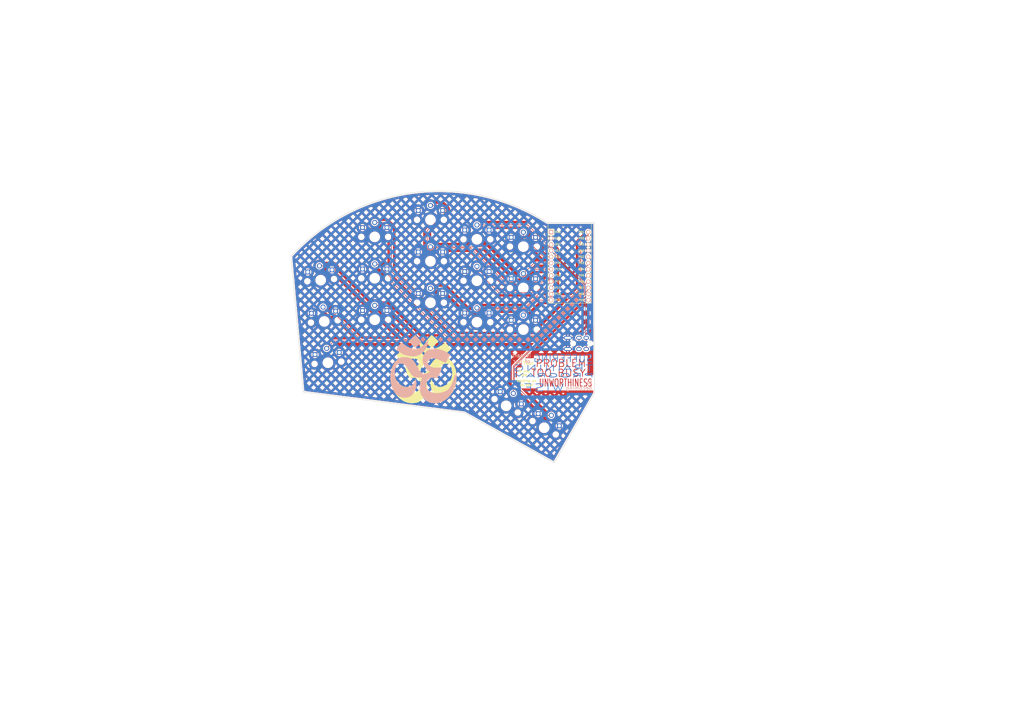
<source format=kicad_pcb>
(kicad_pcb (version 20211014) (generator pcbnew)
  (title_block (title "om") (rev "v1.0.0") (company "Unknown"))
  (layers (0 "F.Cu" signal) (31 "B.Cu" signal) (34 "B.Paste" user) (35 "F.Paste" user) (36 "B.SilkS" user "B.Silkscreen") (37 "F.SilkS" user "F.Silkscreen") (38 "B.Mask" user) (39 "F.Mask" user) (44 "Edge.Cuts" user))
  (net 0 "")
  (net 1 "GND")
  (net 2 "P7")
  (net 3 "P6")
  (net 4 "P5")
  (net 5 "P4")
  (net 6 "P3")
  (net 7 "P0")
  (net 8 "P1")
  (net 9 "P19")
  (net 10 "P18")
  (net 11 "P15")
  (net 12 "P14")
  (net 13 "P16")
  (net 14 "P10")
  (net 15 "P20")
  (net 16 "P21")
  (net 17 "P8")
  (net 18 "P9")
  (net 19 "RAW")
  (net 20 "RST")
  (net 21 "VCC")
  (net 22 "P2")
  (footprint "PG1350" (layer "F.Cu") (at 214.65 118.15)
    (fp_text reference "S14" hide)
    (fp_text value "" hide)
  )
  (footprint "PG1350" (layer "F.Cu") (at 214.65 135.15)
    (fp_text reference "S13" hide)
    (fp_text value "" hide)
  )
  (footprint "PG1350" (layer "F.Cu") (at 195.6 98.15)
    (fp_text reference "S12" hide)
    (fp_text value "" hide)
  )
  (footprint "PG1350" (layer "F.Cu") (at 134.492516 148.772059 5)
    (fp_text reference "S1" hide)
    (fp_text value "" hide)
  )
  (footprint "PG1350" (layer "F.Cu") (at 176.55 90.15)
    (fp_text reference "S9" hide)
    (fp_text value "" hide)
  )
  (footprint "PG1350" (layer "F.Cu") (at 195.6 132.150001)
    (fp_text reference "S10" hide)
    (fp_text value "" hide)
  )
  (footprint "PG1350" (layer "F.Cu") (at 214.65 101.15)
    (fp_text reference "S15" hide)
    (fp_text value "" hide)
  )
  (footprint "PG1350" (layer "F.Cu") (at 153.69 131.15)
    (fp_text reference "S4" hide)
    (fp_text value "" hide)
  )
  (footprint "PG1350" (layer "F.Cu") (at 176.55 107.15)
    (fp_text reference "S8" hide)
    (fp_text value "" hide)
  )
  (footprint "TRRS-PJ-320A-dual" (layer "F.Cu") (at 243.65 143.15 -90)
    (fp_text reference "REF**")
    (fp_text value "TRRS-PJ-320A-dual")
  )
  (footprint "PG1350" (layer "F.Cu") (at 195.6 115.15)
    (fp_text reference "S11" hide)
    (fp_text value "" hide)
  )
  (footprint "PG1350" (layer "F.Cu") (at 131.529221 114.901439 5)
    (fp_text reference "S3" hide)
    (fp_text value "" hide)
  )
  (footprint "PG1350" (layer "F.Cu") (at 176.55 124.15)
    (fp_text reference "S7" hide)
    (fp_text value "" hide)
  )
  (footprint "PG1350" (layer "F.Cu") (at 207.584028 166.443247 -30)
    (fp_text reference "S16" hide)
    (fp_text value "" hide)
  )
  (footprint "PG1350" (layer "F.Cu") (at 153.69 97.15)
    (fp_text reference "S6" hide)
    (fp_text value "" hide)
  )
  (footprint "PG1350" (layer "F.Cu") (at 153.69 114.15)
    (fp_text reference "S5" hide)
    (fp_text value "" hide)
  )
  (footprint "ProMicro" (layer "F.Cu") (at 233.65 109.15 -90)
    (fp_text reference "MCU1" hide)
    (fp_text value "" hide)
  )
  (footprint "PG1350" (layer "F.Cu") (at 133.010868 131.836749 5)
    (fp_text reference "S2" hide)
    (fp_text value "" hide)
  )
  (footprint "PG1350" (layer "F.Cu") (at 223.172485 175.443247 -30)
    (fp_text reference "S17" hide)
    (fp_text value "" hide)
  )
  (gr_poly (pts (xy 174.699067 142.922292) (xy 174.827528 142.686038) (xy 174.948726 142.430219) (xy 175.061733 142.159638) (xy 175.165621 141.879096) (xy 175.259463 141.593397) (xy 175.342331 141.307344) (xy 175.413297 141.02574) (xy 175.471432 140.753387) (xy 175.51581 140.495088) (xy 175.545503 140.255646) (xy 175.559582 140.039865) (xy 175.55712 139.852547) (xy 175.537189 139.698494) (xy 175.520383 139.635443) (xy 175.498862 139.58251) (xy 175.472509 139.540294) (xy 175.44121 139.509397) (xy 175.404847 139.490419) (xy 175.363305 139.483959) (xy 175.252851 139.707514) (xy 175.129512 139.927749) (xy 174.994021 140.144381) (xy 174.847113 140.357124) (xy 174.689521 140.565693) (xy 174.521979 140.769805) (xy 174.34522 140.969175) (xy 174.159977 141.163518) (xy 173.966985 141.35255) (xy 173.766976 141.535986) (xy 173.560685 141.713541) (xy 173.348846 141.884932) (xy 173.13219 142.049873) (xy 172.911454 142.20808) (xy 172.687369 142.359268) (xy 172.460669 142.503154) (xy 172.051188 142.683804) (xy 171.640735 142.82966) (xy 171.229057 142.940673) (xy 170.815897 143.016792) (xy 170.401001 143.057969) (xy 169.984114 143.064155) (xy 169.564981 143.035301) (xy 169.143347 142.971357) (xy 168.718957 142.872274) (xy 168.291556 142.738004) (xy 167.860888 142.568497) (xy 167.426699 142.363704) (xy 166.988734 142.123575) (xy 166.546737 141.848062) (xy 166.100454 141.537116) (xy 165.64963 141.190687) (xy 165.453666 141.036674) (xy 165.267706 140.897165) (xy 165.096043 140.774915) (xy 164.942973 140.672678) (xy 164.812791 140.593211) (xy 164.757625 140.562876) (xy 164.709791 140.539267) (xy 164.669826 140.522728) (xy 164.638267 140.513603) (xy 164.61565 140.512236) (xy 164.607864 140.51457) (xy 164.602514 140.518973) (xy 164.487082 140.688854) (xy 164.363187 140.855519) (xy 164.232462 141.019676) (xy 164.096539 141.182032) (xy 163.533503 141.827609) (xy 163.396068 141.991581) (xy 163.263227 142.158) (xy 163.136611 142.327574) (xy 163.017854 142.501011) (xy 162.908586 142.679019) (xy 162.810439 142.862306) (xy 162.766047 142.95615) (xy 162.725047 143.051579) (xy 162.687643 143.148682) (xy 162.65404 143.247548) (xy 162.659632 143.292069) (xy 162.676122 143.341244) (xy 162.703081 143.394788) (xy 162.740081 143.452413) (xy 162.786692 143.513834) (xy 162.842488 143.578763) (xy 162.979914 143.717999) (xy 163.148931 143.867832) (xy 163.346109 144.025966) (xy 163.56802 144.190112) (xy 163.811234 144.357975) (xy 164.072324 144.527263) (xy 164.347859 144.695685) (xy 164.63441 144.860947) (xy 164.92855 145.020758) (xy 165.226849 145.172824) (xy 165.525878 145.314853) (xy 165.822208 145.444553) (xy 166.112411 145.559632) (xy 166.807333 145.745692) (xy 167.475225 145.894161) (xy 168.117356 146.003067) (xy 168.734999 146.07044) (xy 169.329423 146.094312) (xy 169.901899 146.07271) (xy 170.453697 146.003666) (xy 170.72224 145.950738) (xy 170.98609 145.88521) (xy 171.245405 145.806836) (xy 171.500346 145.71537) (xy 171.75107 145.610566) (xy 171.997737 145.492178) (xy 172.240505 145.359959) (xy 172.479533 145.213663) (xy 172.71498 145.053044) (xy 172.947005 144.877855) (xy 173.175767 144.68785) (xy 173.401424 144.482784) (xy 173.624135 144.262409) (xy 173.84406 144.02648) (xy 174.276184 143.506972) (xy 174.699067 142.922292)) (layer "B.SilkS") (width 0.079374) (fill solid))
  (gr_poly (pts (xy 180.682113 164.99061) (xy 180.967316 164.883045) (xy 181.247502 164.76603) (xy 181.792452 164.504105) (xy 182.316222 164.205742) (xy 182.818072 163.871847) (xy 183.297261 163.503327) (xy 183.753049 163.101089) (xy 184.184697 162.66604) (xy 184.591463 162.199086) (xy 184.972606 161.701133) (xy 185.327388 161.173089) (xy 185.655067 160.615861) (xy 185.954903 160.030354) (xy 186.226155 159.417476) (xy 186.468084 158.778133) (xy 186.679948 158.113233) (xy 186.861008 157.423681) (xy 186.932674 157.093232) (xy 186.997379 156.74255) (xy 187.104977 156.003419) (xy 187.181952 155.252156) (xy 187.226452 154.53463) (xy 187.236627 153.89671) (xy 187.228264 153.621935) (xy 187.210626 153.384263) (xy 187.18348 153.189426) (xy 187.146597 153.043158) (xy 187.099743 152.951192) (xy 187.072506 152.927365) (xy 187.042689 152.919263) (xy 187.031819 152.921501) (xy 187.01991 152.92814) (xy 187.007006 152.939072) (xy 186.993149 152.954187) (xy 186.978379 152.973375) (xy 186.96274 152.996526) (xy 186.92902 153.05428) (xy 186.892324 153.126571) (xy 186.852987 153.212523) (xy 186.811346 153.311258) (xy 186.767735 153.421898) (xy 186.72249 153.543568) (xy 186.675947 153.675388) (xy 186.628441 153.816483) (xy 186.580307 153.965975) (xy 186.531882 154.122986) (xy 186.483501 154.286639) (xy 186.435499 154.456057) (xy 186.388212 154.630363) (xy 186.281344 155.014839) (xy 186.16605 155.395167) (xy 186.042942 155.770075) (xy 185.912631 156.138293) (xy 185.775728 156.498553) (xy 185.632845 156.849582) (xy 185.484593 157.190112) (xy 185.331583 157.518871) (xy 185.174427 157.834591) (xy 185.013735 158.136) (xy 184.85012 158.421829) (xy 184.684192 158.690807) (xy 184.516563 158.941664) (xy 184.347844 159.173131) (xy 184.178646 159.383936) (xy 184.009581 159.57281) (xy 183.863039 159.717391) (xy 183.70425 159.856252) (xy 183.533905 159.989278) (xy 183.352695 160.116355) (xy 182.96045 160.3522) (xy 182.533048 160.562866) (xy 182.076024 160.747434) (xy 181.594913 160.904982) (xy 181.095248 161.034592) (xy 180.582564 161.135343) (xy 180.062395 161.206314) (xy 179.540276 161.246586) (xy 179.02174 161.255239) (xy 178.512323 161.231351) (xy 178.017557 161.174004) (xy 177.542978 161.082277) (xy 177.314988 161.023233) (xy 177.094119 160.955249) (xy 176.881065 160.878211) (xy 176.676516 160.792002) (xy 176.523578 160.718234) (xy 176.376505 160.638577) (xy 176.235373 160.55323) (xy 176.100255 160.462392) (xy 175.971227 160.366263) (xy 175.848364 160.26504) (xy 175.731741 160.158925) (xy 175.621431 160.048115) (xy 175.517511 159.93281) (xy 175.420055 159.813209) (xy 175.329138 159.689511) (xy 175.244834 159.561916) (xy 175.16722 159.430623) (xy 175.096368 159.29583) (xy 175.032355 159.157737) (xy 174.975255 159.016543) (xy 174.925143 158.872448) (xy 174.882093 158.725649) (xy 174.846181 158.576348) (xy 174.817482 158.424742) (xy 174.79607 158.271031) (xy 174.782021 158.115415) (xy 174.775408 157.958091) (xy 174.776307 157.79926) (xy 174.784793 157.639121) (xy 174.800941 157.477872) (xy 174.824825 157.315714) (xy 174.85652 157.152844) (xy 174.896101 156.989463) (xy 174.943643 156.825769) (xy 174.999222 156.661962) (xy 175.06291 156.49824) (xy 175.117367 156.374437) (xy 175.176047 156.255869) (xy 175.23902 156.14251) (xy 175.306356 156.034335) (xy 175.378126 155.93132) (xy 175.454401 155.833439) (xy 175.53525 155.740668) (xy 175.620745 155.65298) (xy 175.710955 155.570352) (xy 175.805951 155.492757) (xy 175.905804 155.420172) (xy 176.010584 155.352571) (xy 176.12036 155.289928) (xy 176.235205 155.23222) (xy 176.355188 155.17942) (xy 176.480379 155.131504) (xy 176.61085 155.088446) (xy 176.74667 155.050222) (xy 176.887909 155.016807) (xy 177.034639 154.988175) (xy 177.18693 154.964302) (xy 177.344852 154.945161) (xy 177.508475 154.93073) (xy 177.677871 154.920981) (xy 177.853108 154.915891) (xy 178.034259 154.915433) (xy 178.221393 154.919584) (xy 178.41458 154.928318) (xy 178.613892 154.94161) (xy 178.819398 154.959435) (xy 179.031169 154.981767) (xy 179.249275 155.008582) (xy 179.312336 154.936271) (xy 179.385818 154.84665) (xy 179.482516 154.722065) (xy 179.598867 154.56303) (xy 179.731309 154.370055) (xy 179.876278 154.143651) (xy 180.030211 153.88433) (xy 180.189544 153.592603) (xy 180.270123 153.434747) (xy 180.350716 153.268981) (xy 180.430878 153.09537) (xy 180.510163 152.913976) (xy 180.588126 152.724865) (xy 180.664321 152.5281) (xy 180.738304 152.323744) (xy 180.809628 152.111862) (xy 180.877849 151.892518) (xy 180.942521 151.665775) (xy 181.003198 151.431697) (xy 181.059435 151.190349) (xy 181.110787 150.941795) (xy 181.156809 150.686097) (xy 179.674008 150.820553) (xy 179.344324 150.844408) (xy 179.025204 150.855306) (xy 178.716956 150.853337) (xy 178.419889 150.838591) (xy 178.134314 150.811159) (xy 177.860538 150.771131) (xy 177.598872 150.718599) (xy 177.349624 150.653652) (xy 177.113104 150.576382) (xy 176.88962 150.486878) (xy 176.679482 150.385231) (xy 176.482999 150.271532) (xy 176.30048 150.145871) (xy 176.132235 150.008338) (xy 175.978572 149.859026) (xy 175.839801 149.698023) (xy 175.724377 149.547015) (xy 175.624767 149.406501) (xy 175.541038 149.274955) (xy 175.505149 149.21207) (xy 175.473256 149.150856) (xy 175.445367 149.091122) (xy 175.42149 149.032678) (xy 175.401634 148.975334) (xy 175.385806 148.918899) (xy 175.374016 148.863182) (xy 175.366271 148.807994) (xy 175.36258 148.753143) (xy 175.362952 148.698439) (xy 175.367394 148.643693) (xy 175.375916 148.588712) (xy 175.388525 148.533308) (xy 175.40523 148.477289) (xy 175.426039 148.420465) (xy 175.450961 148.362645) (xy 175.480004 148.303639) (xy 175.513177 148.243257) (xy 175.550487 148.181308) (xy 175.591943 148.117602) (xy 175.687328 147.984155) (xy 175.799399 147.841394) (xy 175.928221 147.687793) (xy 176.02972 147.577209) (xy 176.136343 147.475673) (xy 176.248293 147.383219) (xy 176.365772 147.299881) (xy 176.488981 147.225691) (xy 176.618122 147.160683) (xy 176.753398 147.10489) (xy 176.89501 147.058344) (xy 177.043161 147.021079) (xy 177.198051 146.993129) (xy 177.359884 146.974525) (xy 177.528862 146.965302) (xy 177.705185 146.965492) (xy 177.889056 146.975129) (xy 178.080678 146.994246) (xy 178.280251 147.022875) (xy 178.487978 147.061051) (xy 178.704062 147.108805) (xy 178.928703 147.166171) (xy 179.162104 147.233183) (xy 179.404466 147.309873) (xy 179.655993 147.396275) (xy 180.187344 147.598346) (xy 180.757774 147.83966) (xy 181.368898 148.120483) (xy 182.022332 148.44108) (xy 182.71969 148.801716) (xy 184.656832 145.554481) (xy 183.844707 144.93504) (xy 183.446284 144.653238) (xy 183.017163 144.390602) (xy 182.561771 144.148104) (xy 182.084532 143.926715) (xy 181.589873 143.727408) (xy 181.082219 143.551154) (xy 180.565997 143.398926) (xy 180.045631 143.271695) (xy 179.525547 143.170434) (xy 179.010172 143.096114) (xy 178.503931 143.049707) (xy 178.01125 143.032185) (xy 177.536554 143.04452) (xy 177.084269 143.087683) (xy 176.65882 143.162648) (xy 176.264635 143.270385) (xy 176.094365 143.332253) (xy 175.927173 143.404237) (xy 175.763282 143.48594) (xy 175.602914 143.576964) (xy 175.446292 143.676912) (xy 175.29364 143.785387) (xy 175.145179 143.90199) (xy 175.001133 144.026326) (xy 174.861724 144.157996) (xy 174.727175 144.296603) (xy 174.597708 144.44175) (xy 174.473547 144.593039) (xy 174.354914 144.750072) (xy 174.242031 144.912454) (xy 174.135123 145.079785) (xy 174.03441 145.251669) (xy 173.940116 145.427708) (xy 173.852464 145.607505) (xy 173.771676 145.790663) (xy 173.697975 145.976784) (xy 173.631584 146.165471) (xy 173.572726 146.356326) (xy 173.521623 146.548952) (xy 173.478498 146.742952) (xy 173.443573 146.937928) (xy 173.417072 147.133483) (xy 173.399217 147.329219) (xy 173.390231 147.524739) (xy 173.390337 147.719646) (xy 173.399757 147.913542) (xy 173.418714 148.10603) (xy 173.44743 148.296713) (xy 173.502696 148.559092) (xy 173.576356 148.831489) (xy 173.666796 149.111082) (xy 173.772398 149.395048) (xy 173.891547 149.680565) (xy 174.022628 149.964809) (xy 174.164023 150.244958) (xy 174.314117 150.518189) (xy 174.471294 150.781679) (xy 174.633938 151.032606) (xy 174.800434 151.268148) (xy 174.969164 151.48548) (xy 175.138513 151.681782) (xy 175.306865 151.854229) (xy 175.472604 151.999999) (xy 175.634114 152.11627) (xy 176.364766 152.578886) (xy 175.355522 153.03399) (xy 175.196669 153.10248) (xy 175.04157 153.162884) (xy 174.890066 153.215113) (xy 174.741997 153.259075) (xy 174.597204 153.294682) (xy 174.455527 153.321843) (xy 174.316807 153.340467) (xy 174.180883 153.350465) (xy 174.047596 153.351746) (xy 173.916786 153.344221) (xy 173.788295 153.327799) (xy 173.661961 153.302389) (xy 173.537625 153.267903) (xy 173.415129 153.224249) (xy 173.294311 153.171338) (xy 173.175013 153.109079) (xy 173.057075 153.037382) (xy 172.940336 152.956157) (xy 172.824638 152.865315) (xy 172.709821 152.764764) (xy 172.595725 152.654414) (xy 172.482191 152.534176) (xy 172.369058 152.40396) (xy 172.256167 152.263674) (xy 172.143359 152.11323) (xy 172.030474 151.952536) (xy 171.803833 151.600041) (xy 171.574967 151.205467) (xy 171.3426 150.768094) (xy 171.024631 150.161896) (xy 170.71785 149.612147) (xy 170.419185 149.116447) (xy 170.125567 148.672399) (xy 169.833923 148.277604) (xy 169.541183 147.929662) (xy 169.393443 147.772511) (xy 169.244277 147.626175) (xy 169.093301 147.490352) (xy 168.940132 147.364744) (xy 168.784386 147.24905) (xy 168.625679 147.142971) (xy 168.463627 147.046206) (xy 168.297846 146.958456) (xy 168.127952 146.879421) (xy 167.953562 146.808801) (xy 167.774292 146.746296) (xy 167.589757 146.691607) (xy 167.20336 146.604475) (xy 166.791299 146.545007) (xy 166.350503 146.510804) (xy 165.877903 146.499466) (xy 165.658844 146.500742) (xy 165.456323 146.505582) (xy 165.26853 146.514519) (xy 165.093652 146.528088) (xy 164.929877 146.546823) (xy 164.775393 146.571258) (xy 164.628389 146.601927) (xy 164.487051 146.639364) (xy 164.34957 146.684103) (xy 164.214131 146.736678) (xy 164.078924 146.797623) (xy 163.942137 146.867472) (xy 163.801957 146.94676) (xy 163.656572 147.036019) (xy 163.504172 147.135785) (xy 163.342943 147.246592) (xy 163.138451 147.396802) (xy 162.939949 147.556517) (xy 162.747523 147.72551) (xy 162.561257 147.903557) (xy 162.381234 148.090433) (xy 162.207541 148.285911) (xy 162.04026 148.489768) (xy 161.879478 148.701776) (xy 161.725278 148.921712) (xy 161.577744 149.14935) (xy 161.436962 149.384465) (xy 161.303016 149.626831) (xy 161.055969 150.132416) (xy 160.837279 150.664303) (xy 160.647624 151.220689) (xy 160.487678 151.799773) (xy 160.358118 152.399752) (xy 160.259621 153.018823) (xy 160.192861 153.655185) (xy 160.158517 154.307036) (xy 160.157262 154.972572) (xy 160.189775 155.649992) (xy 160.274113 156.493204) (xy 160.400668 157.292448) (xy 160.568318 158.046286) (xy 160.775936 158.753277) (xy 161.022399 159.411982) (xy 161.306584 160.020961) (xy 161.627364 160.578775) (xy 161.983617 161.083984) (xy 162.174694 161.316411) (xy 162.374218 161.535148) (xy 162.582047 161.740013) (xy 162.798042 161.930827) (xy 163.022062 162.10741) (xy 163.253966 162.269583) (xy 163.493614 162.417164) (xy 163.740865 162.549975) (xy 163.995579 162.667834) (xy 164.257615 162.770563) (xy 164.526832 162.857981) (xy 164.803091 162.929909) (xy 165.086251 162.986166) (xy 165.37617 163.026572) (xy 165.672709 163.050948) (xy 165.975727 163.059113) (xy 166.304462 163.051692) (xy 166.618851 163.029216) (xy 166.919484 162.991364) (xy 167.206948 162.937817) (xy 167.481832 162.868254) (xy 167.744723 162.782356) (xy 167.996209 162.679803) (xy 168.23688 162.560274) (xy 168.467321 162.42345) (xy 168.688123 162.269011) (xy 168.899873 162.096636) (xy 169.103158 161.906006) (xy 169.298568 161.6968) (xy 169.486689 161.468699) (xy 169.668111 161.221383) (xy 169.843421 160.954531) (xy 169.989597 160.697226) (xy 170.124809 160.414097) (xy 170.248494 160.109114) (xy 170.360089 159.786244) (xy 170.459031 159.449457) (xy 170.544758 159.10272) (xy 170.616708 158.750003) (xy 170.674316 158.395274) (xy 170.717021 158.042501) (xy 170.74426 157.695652) (xy 170.75547 157.358697) (xy 170.750088 157.035604) (xy 170.727551 156.730341) (xy 170.687298 156.446877) (xy 170.628764 156.18918) (xy 170.551387 155.961219) (xy 170.476165 155.782426) (xy 170.44439 155.71117) (xy 170.4162 155.651868) (xy 170.391366 155.604415) (xy 170.369659 155.568706) (xy 170.359905 155.555223) (xy 170.350848 155.544636) (xy 170.342457 155.536933) (xy 170.334704 155.532101) (xy 170.32756 155.530126) (xy 170.320998 155.530995) (xy 170.314987 155.534696) (xy 170.3095 155.541214) (xy 170.304507 155.550538) (xy 170.299981 155.562653) (xy 170.292211 155.595207) (xy 170.285961 155.63877) (xy 170.281002 155.693238) (xy 170.277103 155.758507) (xy 170.274036 155.83447) (xy 170.26898 155.910601) (xy 170.258943 155.989402) (xy 170.224625 156.154016) (xy 170.17248 156.326317) (xy 170.103904 156.504308) (xy 170.020297 156.685992) (xy 169.923055 156.869371) (xy 169.813577 157.05245) (xy 169.69326 157.23323) (xy 169.563503 157.409716) (xy 169.425701 157.579911) (xy 169.281254 157.741817) (xy 169.13156 157.893437) (xy 168.978015 158.032775) (xy 168.822017 158.157834) (xy 168.664965 158.266617) (xy 168.508256 158.357127) (xy 168.314266 158.449193) (xy 168.115551 158.527516) (xy 167.912599 158.592317) (xy 167.705896 158.643817) (xy 167.49593 158.682237) (xy 167.283188 158.707796) (xy 167.068159 158.720716) (xy 166.851328 158.721217) (xy 166.633183 158.709519) (xy 166.414212 158.685843) (xy 166.194903 158.650411) (xy 165.975741 158.603441) (xy 165.757216 158.545155) (xy 165.539813 158.475773) (xy 165.32402 158.395516) (xy 165.110326 158.304605) (xy 164.899216 158.20326) (xy 164.691178 158.091701) (xy 164.486701 157.970149) (xy 164.28627 157.838825) (xy 164.090373 157.697949) (xy 163.899499 157.547742) (xy 163.714133 157.388424) (xy 163.534763 157.220216) (xy 163.361878 157.043338) (xy 163.195963 156.858012) (xy 163.037506 156.664457) (xy 162.886995 156.462894) (xy 162.744917 156.253543) (xy 162.61176 156.036626) (xy 162.48801 155.812363) (xy 162.374155 155.580974) (xy 162.224735 155.204789) (xy 162.106126 154.79421) (xy 162.017425 154.356251) (xy 161.957728 153.897926) (xy 161.926131 153.426251) (xy 161.921732 152.94824) (xy 161.943627 152.470908) (xy 161.990912 152.00127) (xy 162.062685 151.546341) (xy 162.158041 151.113135) (xy 162.276078 150.708667) (xy 162.415891 150.339953) (xy 162.576578 150.014006) (xy 162.664467 149.869262) (xy 162.757236 149.737842) (xy 162.854771 149.62062) (xy 162.95696 149.518475) (xy 163.06369 149.432282) (xy 163.174847 149.36292) (xy 163.22651 149.33785) (xy 163.28618 149.313483) (xy 163.353146 149.289946) (xy 163.426697 149.267363) (xy 163.506118 149.245862) (xy 163.5907 149.225569) (xy 163.679729 149.20661) (xy 163.772493 149.189111) (xy 163.86828 149.173198) (xy 163.966379 149.158997) (xy 164.066076 149.146635) (xy 164.16666 149.136237) (xy 164.26742 149.127931) (xy 164.367641 149.121841) (xy 164.466614 149.118095) (xy 164.563624 149.116818) (xy 164.664775 149.119122) (xy 164.764664 149.126097) (xy 164.863398 149.13784) (xy 164.961083 149.154447) (xy 165.057824 149.176015) (xy 165.153725 149.202641) (xy 165.248894 149.234422) (xy 165.343434 149.271453) (xy 165.437453 149.313831) (xy 165.531054 149.361653) (xy 165.624344 149.415015) (xy 165.717428 149.474014) (xy 165.810412 149.538747) (xy 165.9034 149.60931) (xy 165.996499 149.685799) (xy 166.089815 149.768311) (xy 166.183451 149.856944) (xy 166.277514 149.951792) (xy 166.467344 150.160523) (xy 166.660146 150.395278) (xy 166.856765 150.656829) (xy 167.058045 150.945949) (xy 167.26483 151.263409) (xy 167.477963 151.609982) (xy 167.698287 151.98644) (xy 167.865489 152.265729) (xy 168.052817 152.556286) (xy 168.253931 152.849607) (xy 168.462488 153.137187) (xy 168.672148 153.41052) (xy 168.87657 153.661103) (xy 169.069412 153.88043) (xy 169.159509 153.975715) (xy 169.244334 154.059997) (xy 169.372486 154.180531) (xy 169.492319 154.287792) (xy 169.606209 154.382538) (xy 169.716533 154.465528) (xy 169.7711 154.502851) (xy 169.825668 154.537519) (xy 169.880532 154.569627) (xy 169.935991 154.599271) (xy 169.992341 154.626544) (xy 170.049879 154.651542) (xy 170.108903 154.674359) (xy 170.16971 154.69509) (xy 170.232596 154.71383) (xy 170.297859 154.730674) (xy 170.365796 154.745717) (xy 170.436704 154.759053) (xy 170.510881 154.770777) (xy 170.588623 154.780985) (xy 170.755991 154.797228) (xy 170.941187 154.808541) (xy 171.146586 154.815683) (xy 171.374566 154.819412) (xy 171.627504 154.820486) (xy 173.216318 154.820486) (xy 172.702759 155.961219) (xy 172.573945 156.278821) (xy 172.463135 156.617317) (xy 172.37029 156.973693) (xy 172.295371 157.344934) (xy 172.238336 157.728025) (xy 172.199148 158.119952) (xy 172.177767 158.5177) (xy 172.174152 158.918254) (xy 172.188265 159.318599) (xy 172.220065 159.715721) (xy 172.269514 160.106605) (xy 172.336572 160.488236) (xy 172.421199 160.8576) (xy 172.523356 161.211682) (xy 172.643003 161.547467) (xy 172.7801 161.86194) (xy 172.91921 162.129455) (xy 173.077664 162.39576) (xy 173.253677 162.659229) (xy 173.445459 162.918236) (xy 173.651224 163.171157) (xy 173.869184 163.416366) (xy 174.097552 163.652237) (xy 174.334539 163.877145) (xy 174.578359 164.089465) (xy 174.827225 164.28757) (xy 175.079347 164.469836) (xy 175.33294 164.634636) (xy 175.586215 164.780346) (xy 175.837385 164.90534) (xy 176.084662 165.007993) (xy 176.326259 165.086679) (xy 176.566799 165.146547) (xy 176.823083 165.197379) (xy 177.092643 165.239227) (xy 177.373012 165.272148) (xy 177.661721 165.296195) (xy 177.956302 165.311422) (xy 178.254288 165.317884) (xy 178.553209 165.315636) (xy 178.850599 165.304732) (xy 179.143988 165.285227) (xy 179.430909 165.257174) (xy 179.708895 165.220629) (xy 179.975476 165.175646) (xy 180.228184 165.122278) (xy 180.464553 165.060582) (xy 180.682113 164.99061)) (layer "B.SilkS") (width 0.079374) (fill solid))
  (gr_poly (pts (xy 172.79389 140.15) (xy 170.332543 137.420812) (xy 167.597217 139.952927) (xy 167.769754 140.102148) (xy 167.937149 140.259851) (xy 168.10036 140.42455) (xy 168.260346 140.594758) (xy 168.887176 141.300954) (xy 169.045393 141.476412) (xy 169.20613 141.64846) (xy 169.370344 141.815613) (xy 169.538991 141.976383) (xy 169.713031 142.129285) (xy 169.89342 142.272832) (xy 170.081116 142.405537) (xy 170.277077 142.525915) (xy 170.968732 142.035348) (xy 171.336 141.769299) (xy 171.51851 141.630192) (xy 171.6978 141.486692) (xy 171.872017 141.338544) (xy 172.03931 141.185493) (xy 172.197825 141.027286) (xy 172.34571 140.863668) (xy 172.481111 140.694385) (xy 172.602177 140.519182) (xy 172.656755 140.429281) (xy 172.707054 140.337805) (xy 172.752843 140.244722) (xy 172.79389 140.15)) (layer "B.SilkS") (width 0.079374) (fill solid))
  (gr_poly (pts (xy 174.6 140.15) (xy 177.061347 137.420812) (xy 179.796673 139.952927) (xy 179.624136 140.102148) (xy 179.456741 140.259851) (xy 179.29353 140.42455) (xy 179.133544 140.594758) (xy 178.506714 141.300954) (xy 178.348497 141.476412) (xy 178.18776 141.64846) (xy 178.023546 141.815613) (xy 177.854899 141.976383) (xy 177.680859 142.129285) (xy 177.50047 142.272832) (xy 177.312774 142.405537) (xy 177.116813 142.525915) (xy 176.425158 142.035348) (xy 176.05789 141.769299) (xy 175.87538 141.630192) (xy 175.69609 141.486692) (xy 175.521873 141.338544) (xy 175.35458 141.185493) (xy 175.196065 141.027286) (xy 175.04818 140.863668) (xy 174.912779 140.694385) (xy 174.791713 140.519182) (xy 174.737135 140.429281) (xy 174.686836 140.337805) (xy 174.641047 140.244722) (xy 174.6 140.15)) (layer "F.SilkS") (width 0.079374) (fill solid))
  (gr_poly (pts (xy 172.694823 142.922292) (xy 172.566362 142.686038) (xy 172.445164 142.430219) (xy 172.332157 142.159638) (xy 172.228269 141.879096) (xy 172.134427 141.593397) (xy 172.051559 141.307344) (xy 171.980593 141.02574) (xy 171.922458 140.753387) (xy 171.87808 140.495088) (xy 171.848387 140.255646) (xy 171.834308 140.039865) (xy 171.83677 139.852547) (xy 171.856701 139.698494) (xy 171.873507 139.635443) (xy 171.895028 139.58251) (xy 171.921381 139.540294) (xy 171.95268 139.509397) (xy 171.989043 139.490419) (xy 172.030585 139.483959) (xy 172.141039 139.707514) (xy 172.264378 139.927749) (xy 172.399869 140.144381) (xy 172.546777 140.357124) (xy 172.704369 140.565693) (xy 172.871911 140.769805) (xy 173.04867 140.969175) (xy 173.233913 141.163518) (xy 173.426905 141.35255) (xy 173.626914 141.535986) (xy 173.833205 141.713541) (xy 174.045044 141.884932) (xy 174.2617 142.049873) (xy 174.482436 142.20808) (xy 174.706521 142.359268) (xy 174.933221 142.503154) (xy 175.342702 142.683804) (xy 175.753155 142.82966) (xy 176.164833 142.940673) (xy 176.577993 143.016792) (xy 176.992889 143.057969) (xy 177.409776 143.064155) (xy 177.828909 143.035301) (xy 178.250543 142.971357) (xy 178.674933 142.872274) (xy 179.102334 142.738004) (xy 179.533002 142.568497) (xy 179.967191 142.363704) (xy 180.405156 142.123575) (xy 180.847153 141.848062) (xy 181.293436 141.537116) (xy 181.74426 141.190687) (xy 181.940224 141.036674) (xy 182.126184 140.897165) (xy 182.297847 140.774915) (xy 182.450917 140.672678) (xy 182.581099 140.593211) (xy 182.636265 140.562876) (xy 182.684099 140.539267) (xy 182.724064 140.522728) (xy 182.755623 140.513603) (xy 182.77824 140.512236) (xy 182.786026 140.51457) (xy 182.791376 140.518973) (xy 182.906808 140.688854) (xy 183.030703 140.855519) (xy 183.161428 141.019676) (xy 183.297351 141.182032) (xy 183.860387 141.827609) (xy 183.997822 141.991581) (xy 184.130663 142.158) (xy 184.257279 142.327574) (xy 184.376036 142.501011) (xy 184.485304 142.679019) (xy 184.583451 142.862306) (xy 184.627843 142.95615) (xy 184.668843 143.051579) (xy 184.706247 143.148682) (xy 184.73985 143.247548) (xy 184.734258 143.292069) (xy 184.717768 143.341244) (xy 184.690809 143.394788) (xy 184.653809 143.452413) (xy 184.607198 143.513834) (xy 184.551402 143.578763) (xy 184.413976 143.717999) (xy 184.244959 143.867832) (xy 184.047781 144.025966) (xy 183.82587 144.190112) (xy 183.582656 144.357975) (xy 183.321566 144.527263) (xy 183.046031 144.695685) (xy 182.75948 144.860947) (xy 182.46534 145.020758) (xy 182.167041 145.172824) (xy 181.868012 145.314853) (xy 181.571682 145.444553) (xy 181.281479 145.559632) (xy 180.586557 145.745692) (xy 179.918665 145.894161) (xy 179.276534 146.003067) (xy 178.658891 146.07044) (xy 178.064467 146.094312) (xy 177.491991 146.07271) (xy 176.940193 146.003666) (xy 176.67165 145.950738) (xy 176.4078 145.88521) (xy 176.148485 145.806836) (xy 175.893544 145.71537) (xy 175.64282 145.610566) (xy 175.396153 145.492178) (xy 175.153385 145.359959) (xy 174.914357 145.213663) (xy 174.67891 145.053044) (xy 174.446885 144.877855) (xy 174.218123 144.68785) (xy 173.992466 144.482784) (xy 173.769755 144.262409) (xy 173.54983 144.02648) (xy 173.117706 143.506972) (xy 172.694823 142.922292)) (layer "F.SilkS") (width 0.079374) (fill solid))
  (gr_poly (pts (xy 166.711777 164.99061) (xy 166.426574 164.883045) (xy 166.146388 164.76603) (xy 165.601438 164.504105) (xy 165.077668 164.205742) (xy 164.575818 163.871847) (xy 164.096629 163.503327) (xy 163.640841 163.101089) (xy 163.209193 162.66604) (xy 162.802427 162.199086) (xy 162.421284 161.701133) (xy 162.066502 161.173089) (xy 161.738823 160.615861) (xy 161.438987 160.030354) (xy 161.167735 159.417476) (xy 160.925806 158.778133) (xy 160.713942 158.113233) (xy 160.532882 157.423681) (xy 160.461216 157.093232) (xy 160.396511 156.74255) (xy 160.288913 156.003419) (xy 160.211938 155.252156) (xy 160.167438 154.53463) (xy 160.157263 153.89671) (xy 160.165626 153.621935) (xy 160.183264 153.384263) (xy 160.21041 153.189426) (xy 160.247293 153.043158) (xy 160.294147 152.951192) (xy 160.321384 152.927365) (xy 160.351201 152.919263) (xy 160.362071 152.921501) (xy 160.37398 152.92814) (xy 160.386884 152.939072) (xy 160.400741 152.954187) (xy 160.415511 152.973375) (xy 160.43115 152.996526) (xy 160.46487 153.05428) (xy 160.501566 153.126571) (xy 160.540903 153.212523) (xy 160.582544 153.311258) (xy 160.626155 153.421898) (xy 160.6714 153.543568) (xy 160.717943 153.675388) (xy 160.765449 153.816483) (xy 160.813583 153.965975) (xy 160.862008 154.122986) (xy 160.910389 154.286639) (xy 160.958391 154.456057) (xy 161.005678 154.630363) (xy 161.112546 155.014839) (xy 161.22784 155.395167) (xy 161.350948 155.770075) (xy 161.481259 156.138293) (xy 161.618162 156.498553) (xy 161.761045 156.849582) (xy 161.909297 157.190112) (xy 162.062307 157.518871) (xy 162.219463 157.834591) (xy 162.380155 158.136) (xy 162.54377 158.421829) (xy 162.709698 158.690807) (xy 162.877327 158.941664) (xy 163.046046 159.173131) (xy 163.215244 159.383936) (xy 163.384309 159.57281) (xy 163.530851 159.717391) (xy 163.68964 159.856252) (xy 163.859985 159.989278) (xy 164.041195 160.116355) (xy 164.43344 160.3522) (xy 164.860842 160.562866) (xy 165.317866 160.747434) (xy 165.798977 160.904982) (xy 166.298642 161.034592) (xy 166.811326 161.135343) (xy 167.331495 161.206314) (xy 167.853614 161.246586) (xy 168.37215 161.255239) (xy 168.881567 161.231351) (xy 169.376333 161.174004) (xy 169.850912 161.082277) (xy 170.078902 161.023233) (xy 170.299771 160.955249) (xy 170.512825 160.878211) (xy 170.717374 160.792002) (xy 170.870312 160.718234) (xy 171.017385 160.638577) (xy 171.158517 160.55323) (xy 171.293635 160.462392) (xy 171.422663 160.366263) (xy 171.545526 160.26504) (xy 171.662149 160.158925) (xy 171.772459 160.048115) (xy 171.876379 159.93281) (xy 171.973835 159.813209) (xy 172.064752 159.689511) (xy 172.149056 159.561916) (xy 172.22667 159.430623) (xy 172.297522 159.29583) (xy 172.361535 159.157737) (xy 172.418635 159.016543) (xy 172.468747 158.872448) (xy 172.511797 158.725649) (xy 172.547709 158.576348) (xy 172.576408 158.424742) (xy 172.59782 158.271031) (xy 172.611869 158.115415) (xy 172.618482 157.958091) (xy 172.617583 157.79926) (xy 172.609097 157.639121) (xy 172.592949 157.477872) (xy 172.569065 157.315714) (xy 172.53737 157.152844) (xy 172.497789 156.989463) (xy 172.450247 156.825769) (xy 172.394668 156.661962) (xy 172.33098 156.49824) (xy 172.276523 156.374437) (xy 172.217843 156.255869) (xy 172.15487 156.14251) (xy 172.087534 156.034335) (xy 172.015764 155.93132) (xy 171.939489 155.833439) (xy 171.85864 155.740668) (xy 171.773145 155.65298) (xy 171.682935 155.570352) (xy 171.587939 155.492757) (xy 171.488086 155.420172) (xy 171.383306 155.352571) (xy 171.27353 155.289928) (xy 171.158685 155.23222) (xy 171.038702 155.17942) (xy 170.913511 155.131504) (xy 170.78304 155.088446) (xy 170.64722 155.050222) (xy 170.505981 155.016807) (xy 170.359251 154.988175) (xy 170.20696 154.964302) (xy 170.049038 154.945161) (xy 169.885415 154.93073) (xy 169.716019 154.920981) (xy 169.540782 154.915891) (xy 169.359631 154.915433) (xy 169.172497 154.919584) (xy 168.97931 154.928318) (xy 168.779998 154.94161) (xy 168.574492 154.959435) (xy 168.362721 154.981767) (xy 168.144615 155.008582) (xy 168.081554 154.936271) (xy 168.008072 154.84665) (xy 167.911374 154.722065) (xy 167.795023 154.56303) (xy 167.662581 154.370055) (xy 167.517612 154.143651) (xy 167.363679 153.88433) (xy 167.204346 153.592603) (xy 167.123767 153.434747) (xy 167.043174 153.268981) (xy 166.963012 153.09537) (xy 166.883727 152.913976) (xy 166.805764 152.724865) (xy 166.729569 152.5281) (xy 166.655586 152.323744) (xy 166.584262 152.111862) (xy 166.516041 151.892518) (xy 166.451369 151.665775) (xy 166.390692 151.431697) (xy 166.334455 151.190349) (xy 166.283103 150.941795) (xy 166.237081 150.686097) (xy 167.719882 150.820553) (xy 168.049566 150.844408) (xy 168.368686 150.855306) (xy 168.676934 150.853337) (xy 168.974001 150.838591) (xy 169.259576 150.811159) (xy 169.533352 150.771131) (xy 169.795018 150.718599) (xy 170.044266 150.653652) (xy 170.280786 150.576382) (xy 170.50427 150.486878) (xy 170.714408 150.385231) (xy 170.910891 150.271532) (xy 171.09341 150.145871) (xy 171.261655 150.008338) (xy 171.415318 149.859026) (xy 171.554089 149.698023) (xy 171.669513 149.547015) (xy 171.769123 149.406501) (xy 171.852852 149.274955) (xy 171.888741 149.21207) (xy 171.920634 149.150856) (xy 171.948523 149.091122) (xy 171.9724 149.032678) (xy 171.992256 148.975334) (xy 172.008084 148.918899) (xy 172.019874 148.863182) (xy 172.027619 148.807994) (xy 172.03131 148.753143) (xy 172.030938 148.698439) (xy 172.026496 148.643693) (xy 172.017974 148.588712) (xy 172.005365 148.533308) (xy 171.98866 148.477289) (xy 171.967851 148.420465) (xy 171.942929 148.362645) (xy 171.913886 148.303639) (xy 171.880713 148.243257) (xy 171.843403 148.181308) (xy 171.801947 148.117602) (xy 171.706562 147.984155) (xy 171.594491 147.841394) (xy 171.465669 147.687793) (xy 171.36417 147.577209) (xy 171.257547 147.475673) (xy 171.145597 147.383219) (xy 171.028118 147.299881) (xy 170.904909 147.225691) (xy 170.775768 147.160683) (xy 170.640492 147.10489) (xy 170.49888 147.058344) (xy 170.350729 147.021079) (xy 170.195839 146.993129) (xy 170.034006 146.974525) (xy 169.865028 146.965302) (xy 169.688705 146.965492) (xy 169.504834 146.975129) (xy 169.313212 146.994246) (xy 169.113639 147.022875) (xy 168.905912 147.061051) (xy 168.689828 147.108805) (xy 168.465187 147.166171) (xy 168.231786 147.233183) (xy 167.989424 147.309873) (xy 167.737897 147.396275) (xy 167.206546 147.598346) (xy 166.636116 147.83966) (xy 166.024992 148.120483) (xy 165.371558 148.44108) (xy 164.6742 148.801716) (xy 162.737058 145.554481) (xy 163.549183 144.93504) (xy 163.947606 144.653238) (xy 164.376727 144.390602) (xy 164.832119 144.148104) (xy 165.309358 143.926715) (xy 165.804017 143.727408) (xy 166.311671 143.551154) (xy 166.827893 143.398926) (xy 167.348259 143.271695) (xy 167.868343 143.170434) (xy 168.383718 143.096114) (xy 168.889959 143.049707) (xy 169.38264 143.032185) (xy 169.857336 143.04452) (xy 170.309621 143.087683) (xy 170.73507 143.162648) (xy 171.129255 143.270385) (xy 171.299525 143.332253) (xy 171.466717 143.404237) (xy 171.630608 143.48594) (xy 171.790976 143.576964) (xy 171.947598 143.676912) (xy 172.10025 143.785387) (xy 172.248711 143.90199) (xy 172.392757 144.026326) (xy 172.532166 144.157996) (xy 172.666715 144.296603) (xy 172.796182 144.44175) (xy 172.920343 144.593039) (xy 173.038976 144.750072) (xy 173.151859 144.912454) (xy 173.258767 145.079785) (xy 173.35948 145.251669) (xy 173.453774 145.427708) (xy 173.541426 145.607505) (xy 173.622214 145.790663) (xy 173.695915 145.976784) (xy 173.762306 146.165471) (xy 173.821164 146.356326) (xy 173.872267 146.548952) (xy 173.915392 146.742952) (xy 173.950317 146.937928) (xy 173.976818 147.133483) (xy 173.994673 147.329219) (xy 174.003659 147.524739) (xy 174.003553 147.719646) (xy 173.994133 147.913542) (xy 173.975176 148.10603) (xy 173.94646 148.296713) (xy 173.891194 148.559092) (xy 173.817534 148.831489) (xy 173.727094 149.111082) (xy 173.621492 149.395048) (xy 173.502343 149.680565) (xy 173.371262 149.964809) (xy 173.229867 150.244958) (xy 173.079773 150.518189) (xy 172.922596 150.781679) (xy 172.759952 151.032606) (xy 172.593456 151.268148) (xy 172.424726 151.48548) (xy 172.255377 151.681782) (xy 172.087025 151.854229) (xy 171.921286 151.999999) (xy 171.759776 152.11627) (xy 171.029124 152.578886) (xy 172.038368 153.03399) (xy 172.197221 153.10248) (xy 172.35232 153.162884) (xy 172.503824 153.215113) (xy 172.651893 153.259075) (xy 172.796686 153.294682) (xy 172.938363 153.321843) (xy 173.077083 153.340467) (xy 173.213007 153.350465) (xy 173.346294 153.351746) (xy 173.477104 153.344221) (xy 173.605595 153.327799) (xy 173.731929 153.302389) (xy 173.856265 153.267903) (xy 173.978761 153.224249) (xy 174.099579 153.171338) (xy 174.218877 153.109079) (xy 174.336815 153.037382) (xy 174.453554 152.956157) (xy 174.569252 152.865315) (xy 174.684069 152.764764) (xy 174.798165 152.654414) (xy 174.911699 152.534176) (xy 175.024832 152.40396) (xy 175.137723 152.263674) (xy 175.250531 152.11323) (xy 175.363416 151.952536) (xy 175.590057 151.600041) (xy 175.818923 151.205467) (xy 176.05129 150.768094) (xy 176.369259 150.161896) (xy 176.67604 149.612147) (xy 176.974705 149.116447) (xy 177.268323 148.672399) (xy 177.559967 148.277604) (xy 177.852707 147.929662) (xy 178.000447 147.772511) (xy 178.149613 147.626175) (xy 178.300589 147.490352) (xy 178.453758 147.364744) (xy 178.609504 147.24905) (xy 178.768211 147.142971) (xy 178.930263 147.046206) (xy 179.096044 146.958456) (xy 179.265938 146.879421) (xy 179.440328 146.808801) (xy 179.619598 146.746296) (xy 179.804133 146.691607) (xy 180.19053 146.604475) (xy 180.602591 146.545007) (xy 181.043387 146.510804) (xy 181.515987 146.499466) (xy 181.735046 146.500742) (xy 181.937567 146.505582) (xy 182.12536 146.514519) (xy 182.300238 146.528088) (xy 182.464013 146.546823) (xy 182.618497 146.571258) (xy 182.765501 146.601927) (xy 182.906839 146.639364) (xy 183.04432 146.684103) (xy 183.179759 146.736678) (xy 183.314966 146.797623) (xy 183.451753 146.867472) (xy 183.591933 146.94676) (xy 183.737318 147.036019) (xy 183.889718 147.135785) (xy 184.050947 147.246592) (xy 184.255439 147.396802) (xy 184.453941 147.556517) (xy 184.646367 147.72551) (xy 184.832633 147.903557) (xy 185.012656 148.090433) (xy 185.186349 148.285911) (xy 185.35363 148.489768) (xy 185.514412 148.701776) (xy 185.668612 148.921712) (xy 185.816146 149.14935) (xy 185.956928 149.384465) (xy 186.090874 149.626831) (xy 186.337921 150.132416) (xy 186.556611 150.664303) (xy 186.746266 151.220689) (xy 186.906212 151.799773) (xy 187.035772 152.399752) (xy 187.134269 153.018823) (xy 187.201029 153.655185) (xy 187.235373 154.307036) (xy 187.236628 154.972572) (xy 187.204115 155.649992) (xy 187.119777 156.493204) (xy 186.993222 157.292448) (xy 186.825572 158.046286) (xy 186.617954 158.753277) (xy 186.371491 159.411982) (xy 186.087306 160.020961) (xy 185.766526 160.578775) (xy 185.410273 161.083984) (xy 185.219196 161.316411) (xy 185.019672 161.535148) (xy 184.811843 161.740013) (xy 184.595848 161.930827) (xy 184.371828 162.10741) (xy 184.139924 162.269583) (xy 183.900276 162.417164) (xy 183.653025 162.549975) (xy 183.398311 162.667834) (xy 183.136275 162.770563) (xy 182.867058 162.857981) (xy 182.590799 162.929909) (xy 182.307639 162.986166) (xy 182.01772 163.026572) (xy 181.721181 163.050948) (xy 181.418163 163.059113) (xy 181.089428 163.051692) (xy 180.775039 163.029216) (xy 180.474406 162.991364) (xy 180.186942 162.937817) (xy 179.912058 162.868254) (xy 179.649167 162.782356) (xy 179.397681 162.679803) (xy 179.15701 162.560274) (xy 178.926569 162.42345) (xy 178.705767 162.269011) (xy 178.494017 162.096636) (xy 178.290732 161.906006) (xy 178.095322 161.6968) (xy 177.907201 161.468699) (xy 177.725779 161.221383) (xy 177.550469 160.954531) (xy 177.404293 160.697226) (xy 177.269081 160.414097) (xy 177.145396 160.109114) (xy 177.033801 159.786244) (xy 176.934859 159.449457) (xy 176.849132 159.10272) (xy 176.777182 158.750003) (xy 176.719574 158.395274) (xy 176.676869 158.042501) (xy 176.64963 157.695652) (xy 176.63842 157.358697) (xy 176.643802 157.035604) (xy 176.666339 156.730341) (xy 176.706592 156.446877) (xy 176.765126 156.18918) (xy 176.842503 155.961219) (xy 176.917725 155.782426) (xy 176.9495 155.71117) (xy 176.97769 155.651868) (xy 177.002524 155.604415) (xy 177.024231 155.568706) (xy 177.033985 155.555223) (xy 177.043042 155.544636) (xy 177.051433 155.536933) (xy 177.059186 155.532101) (xy 177.06633 155.530126) (xy 177.072892 155.530995) (xy 177.078903 155.534696) (xy 177.08439 155.541214) (xy 177.089383 155.550538) (xy 177.093909 155.562653) (xy 177.101679 155.595207) (xy 177.107929 155.63877) (xy 177.112888 155.693238) (xy 177.116787 155.758507) (xy 177.119854 155.83447) (xy 177.12491 155.910601) (xy 177.134947 155.989402) (xy 177.169265 156.154016) (xy 177.22141 156.326317) (xy 177.289986 156.504308) (xy 177.373593 156.685992) (xy 177.470835 156.869371) (xy 177.580313 157.05245) (xy 177.70063 157.23323) (xy 177.830387 157.409716) (xy 177.968189 157.579911) (xy 178.112636 157.741817) (xy 178.26233 157.893437) (xy 178.415875 158.032775) (xy 178.571873 158.157834) (xy 178.728925 158.266617) (xy 178.885634 158.357127) (xy 179.079624 158.449193) (xy 179.278339 158.527516) (xy 179.481291 158.592317) (xy 179.687994 158.643817) (xy 179.89796 158.682237) (xy 180.110702 158.707796) (xy 180.325731 158.720716) (xy 180.542562 158.721217) (xy 180.760707 158.709519) (xy 180.979678 158.685843) (xy 181.198987 158.650411) (xy 181.418149 158.603441) (xy 181.636674 158.545155) (xy 181.854077 158.475773) (xy 182.06987 158.395516) (xy 182.283564 158.304605) (xy 182.494674 158.20326) (xy 182.702712 158.091701) (xy 182.907189 157.970149) (xy 183.10762 157.838825) (xy 183.303517 157.697949) (xy 183.494391 157.547742) (xy 183.679757 157.388424) (xy 183.859127 157.220216) (xy 184.032012 157.043338) (xy 184.197927 156.858012) (xy 184.356384 156.664457) (xy 184.506895 156.462894) (xy 184.648973 156.253543) (xy 184.78213 156.036626) (xy 184.90588 155.812363) (xy 185.019735 155.580974) (xy 185.169155 155.204789) (xy 185.287764 154.79421) (xy 185.376465 154.356251) (xy 185.436162 153.897926) (xy 185.467759 153.426251) (xy 185.472158 152.94824) (xy 185.450263 152.470908) (xy 185.402978 152.00127) (xy 185.331205 151.546341) (xy 185.235849 151.113135) (xy 185.117812 150.708667) (xy 184.977999 150.339953) (xy 184.817312 150.014006) (xy 184.729423 149.869262) (xy 184.636654 149.737842) (xy 184.539119 149.62062) (xy 184.43693 149.518475) (xy 184.3302 149.432282) (xy 184.219043 149.36292) (xy 184.16738 149.33785) (xy 184.10771 149.313483) (xy 184.040744 149.289946) (xy 183.967193 149.267363) (xy 183.887772 149.245862) (xy 183.80319 149.225569) (xy 183.714161 149.20661) (xy 183.621397 149.189111) (xy 183.52561 149.173198) (xy 183.427511 149.158997) (xy 183.327814 149.146635) (xy 183.22723 149.136237) (xy 183.12647 149.127931) (xy 183.026249 149.121841) (xy 182.927276 149.118095) (xy 182.830266 149.116818) (xy 182.729115 149.119122) (xy 182.629226 149.126097) (xy 182.530492 149.13784) (xy 182.432807 149.154447) (xy 182.336066 149.176015) (xy 182.240165 149.202641) (xy 182.144996 149.234422) (xy 182.050456 149.271453) (xy 181.956437 149.313831) (xy 181.862836 149.361653) (xy 181.769546 149.415015) (xy 181.676462 149.474014) (xy 181.583478 149.538747) (xy 181.49049 149.60931) (xy 181.397391 149.685799) (xy 181.304075 149.768311) (xy 181.210439 149.856944) (xy 181.116376 149.951792) (xy 180.926546 150.160523) (xy 180.733744 150.395278) (xy 180.537125 150.656829) (xy 180.335845 150.945949) (xy 180.12906 151.263409) (xy 179.915927 151.609982) (xy 179.695603 151.98644) (xy 179.528401 152.265729) (xy 179.341073 152.556286) (xy 179.139959 152.849607) (xy 178.931402 153.137187) (xy 178.721742 153.41052) (xy 178.51732 153.661103) (xy 178.324478 153.88043) (xy 178.234381 153.975715) (xy 178.149556 154.059997) (xy 178.021404 154.180531) (xy 177.901571 154.287792) (xy 177.787681 154.382538) (xy 177.677357 154.465528) (xy 177.62279 154.502851) (xy 177.568222 154.537519) (xy 177.513358 154.569627) (xy 177.457899 154.599271) (xy 177.401549 154.626544) (xy 177.344011 154.651542) (xy 177.284987 154.674359) (xy 177.22418 154.69509) (xy 177.161294 154.71383) (xy 177.096031 154.730674) (xy 177.028094 154.745717) (xy 176.957186 154.759053) (xy 176.883009 154.770777) (xy 176.805267 154.780985) (xy 176.637899 154.797228) (xy 176.452703 154.808541) (xy 176.247304 154.815683) (xy 176.019324 154.819412) (xy 175.766386 154.820486) (xy 174.177572 154.820486) (xy 174.691131 155.961219) (xy 174.819945 156.278821) (xy 174.930755 156.617317) (xy 175.0236 156.973693) (xy 175.098519 157.344934) (xy 175.155554 157.728025) (xy 175.194742 158.119952) (xy 175.216123 158.5177) (xy 175.219738 158.918254) (xy 175.205625 159.318599) (xy 175.173825 159.715721) (xy 175.124376 160.106605) (xy 175.057318 160.488236) (xy 174.972691 160.8576) (xy 174.870534 161.211682) (xy 174.750887 161.547467) (xy 174.61379 161.86194) (xy 174.47468 162.129455) (xy 174.316226 162.39576) (xy 174.140213 162.659229) (xy 173.948431 162.918236) (xy 173.742666 163.171157) (xy 173.524706 163.416366) (xy 173.296338 163.652237) (xy 173.059351 163.877145) (xy 172.815531 164.089465) (xy 172.566665 164.28757) (xy 172.314543 164.469836) (xy 172.06095 164.634636) (xy 171.807675 164.780346) (xy 171.556505 164.90534) (xy 171.309228 165.007993) (xy 171.067631 165.086679) (xy 170.827091 165.146547) (xy 170.570807 165.197379) (xy 170.301247 165.239227) (xy 170.020878 165.272148) (xy 169.732169 165.296195) (xy 169.437588 165.311422) (xy 169.139602 165.317884) (xy 168.840681 165.315636) (xy 168.543291 165.304732) (xy 168.249902 165.285227) (xy 167.962981 165.257174) (xy 167.684995 165.220629) (xy 167.418414 165.175646) (xy 167.165706 165.122278) (xy 166.929337 165.060582) (xy 166.711777 164.99061)) (layer "F.SilkS") (width 0.079374) (fill solid))
  (gr_line (start 227.25 189.75) (end 243.85 161.1) (layer "Edge.Cuts") (width 0.2))
  (gr_line (start 124.4 160.75) (end 119.4 105.1) (layer "Edge.Cuts") (width 0.2))
  (gr_line (start 243.85 161.1) (end 243.8 91.35) (layer "Edge.Cuts") (width 0.2))
  (gr_arc (start 119.4 105.1) (mid 169.415908 79.055538) (end 224.45 91.35) (layer "Edge.Cuts") (width 0.2))
  (gr_line (start 190.4 169.2) (end 227.25 189.75) (layer "Edge.Cuts") (width 0.2))
  (gr_line (start 124.4 160.75) (end 190.4 169.2) (layer "Edge.Cuts") (width 0.2))
  (gr_line (start 243.8 91.35) (end 224.45 91.35) (layer "Edge.Cuts") (width 0.2))
  (gr_text "TOO BUSY" (at 229 153) (layer "F.Cu") (effects (font (size 3 3) (thickness 0.3))))
  (gr_text "PROBLEM" (at 230 149) (layer "F.Cu") (effects (font (size 3 3) (thickness 0.3))))
  (gr_text "UNWORTHINESS" (at 232 157) (layer "F.Cu") (effects (font (size 3 1.9) (thickness 0.3))))
  (gr_text "WISE" (at 223 159) (layer "B.Cu") (effects (font (size 3 5) (thickness 0.3)) (justify mirror)))
  (gr_text "SUFFERING" (at 231 147) (layer "B.Cu") (effects (font (size 3 3) (thickness 0.3)) (justify mirror)))
  (gr_text "PROGRAM" (at 227 154) (layer "B.Cu") (effects (font (size 1.5 4.8) (thickness 0.3)) (justify mirror)))
  (gr_text "TRAINING" (at 227 151) (layer "B.Cu") (effects (font (size 2.5 5) (thickness 0.3)) (justify mirror)))
  (gr_text "for \nbecoming" (at 243 158) (layer "B.SilkS") (effects (font (size 1.5 1.5) (thickness 0.25)) (justify left mirror)))
  (gr_text "is part\nof our" (at 214 147) (layer "B.SilkS") (effects (font (size 1.5 1.5) (thickness 0.3)) (justify mirror)))
  (gr_text "holding on\nto your" (at 216 157) (layer "F.SilkS") (effects (font (size 1 1) (thickness 0.25))))
  (gr_text "is you\nare" (at 215 153) (layer "F.SilkS") (effects (font (size 1 1) (thickness 0.25))))
  (gr_text "Your" (at 216.700981 148.860693) (layer "F.SilkS") (effects (font (size 1.5 1.3) (thickness 0.3))))
  (segment (start 241.27 118.772868) (end 219.993828 140.04904) (width 0.25) (layer "F.Cu") (net 2))
  (segment (start 241.27 118.04) (end 241.27 118.772868) (width 0.25) (layer "F.Cu") (net 2))
  (segment (start 219.993828 140.04904) (end 147.957382 140.04904) (width 0.25) (layer "F.Cu") (net 2))
  (segment (start 137.022807 139.85) (end 133.978297 142.89451) (width 0.25) (layer "F.Cu") (net 2))
  (segment (start 147.758342 139.85) (end 137.022807 139.85) (width 0.25) (layer "F.Cu") (net 2))
  (segment (start 147.957382 140.04904) (end 147.758342 139.85) (width 0.25) (layer "F.Cu") (net 2))
  (segment (start 240.069189 119.337962) (end 219.807631 139.59952) (width 0.25) (layer "F.Cu") (net 3))
  (segment (start 240.069189 116.430811) (end 240.069189 119.337962) (width 0.25) (layer "F.Cu") (net 3))
  (segment (start 148.143579 139.59952) (end 137.5 128.955941) (width 0.25) (layer "F.Cu") (net 3))
  (segment (start 241.27 115.5) (end 241 115.5) (width 0.25) (layer "F.Cu") (net 3))
  (segment (start 135.49339 128.955941) (end 132.496649 125.9592) (width 0.25) (layer "F.Cu") (net 3))
  (segment (start 219.807631 139.59952) (end 148.143579 139.59952) (width 0.25) (layer "F.Cu") (net 3))
  (segment (start 137.5 128.955941) (end 135.49339 128.955941) (width 0.25) (layer "F.Cu") (net 3))
  (segment (start 241 115.5) (end 240.069189 116.430811) (width 0.25) (layer "F.Cu") (net 3))
  (segment (start 137.519514 111.319514) (end 137.519514 109.869514) (width 0.25) (layer "F.Cu") (net 4))
  (segment (start 239.619669 114.610331) (end 239.619669 119.151764) (width 0.25) (layer "F.Cu") (net 4))
  (segment (start 241.27 112.96) (end 239.619669 114.610331) (width 0.25) (layer "F.Cu") (net 4))
  (segment (start 136.67389 109.02389) (end 131.015002 109.02389) (width 0.25) (layer "F.Cu") (net 4))
  (segment (start 239.619669 119.151764) (end 219.621434 139.15) (width 0.25) (layer "F.Cu") (net 4))
  (segment (start 219.621434 139.15) (end 165.35 139.15) (width 0.25) (layer "F.Cu") (net 4))
  (segment (start 165.35 139.15) (end 137.519514 111.319514) (width 0.25) (layer "F.Cu") (net 4))
  (segment (start 137.519514 109.869514) (end 136.67389 109.02389) (width 0.25) (layer "F.Cu") (net 4))
  (segment (start 172 138.7) (end 158.55 125.25) (width 0.25) (layer "F.Cu") (net 5))
  (segment (start 239.170149 112.519851) (end 239.170149 118.965568) (width 0.25) (layer "F.Cu") (net 5))
  (segment (start 158.55 125.25) (end 153.69 125.25) (width 0.25) (layer "F.Cu") (net 5))
  (segment (start 219.435717 138.7) (end 172 138.7) (width 0.25) (layer "F.Cu") (net 5))
  (segment (start 241.27 110.42) (end 239.170149 112.519851) (width 0.25) (layer "F.Cu") (net 5))
  (segment (start 239.170149 118.965568) (end 219.435717 138.7) (width 0.25) (layer "F.Cu") (net 5))
  (segment (start 183.35 138.2) (end 160.165911 115.015911) (width 0.25) (layer "F.Cu") (net 6))
  (segment (start 219.3 138.2) (end 183.35 138.2) (width 0.25) (layer "F.Cu") (net 6))
  (segment (start 238.720629 111.029371) (end 238.720629 118.77937) (width 0.25) (layer "F.Cu") (net 6))
  (segment (start 238.720629 118.77937) (end 219.3 138.2) (width 0.25) (layer "F.Cu") (net 6))
  (segment (start 241.27 108.48) (end 238.720629 111.029371) (width 0.25) (layer "F.Cu") (net 6))
  (segment (start 154.69423 108.25) (end 153.69 108.25) (width 0.25) (layer "F.Cu") (net 6))
  (segment (start 160.165911 113.721681) (end 154.69423 108.25) (width 0.25) (layer "F.Cu") (net 6))
  (segment (start 241.27 107.88) (end 241.27 108.48) (width 0.25) (layer "F.Cu") (net 6))
  (segment (start 160.165911 115.015911) (end 160.165911 113.721681) (width 0.25) (layer "F.Cu") (net 6))
  (segment (start 160.55 111.35) (end 186.95048 137.75048) (width 0.25) (layer "F.Cu") (net 7))
  (segment (start 238.271109 100.718891) (end 241.27 97.72) (width 0.25) (layer "F.Cu") (net 7))
  (segment (start 160.55 93.31423) (end 160.55 111.35) (width 0.25) (layer "F.Cu") (net 7))
  (segment (start 158.48577 91.25) (end 160.55 93.31423) (width 0.25) (layer "F.Cu") (net 7))
  (segment (start 186.95048 137.75048) (end 219.113801 137.75048) (width 0.25) (layer "F.Cu") (net 7))
  (segment (start 219.113801 137.75048) (end 238.271109 118.593172) (width 0.25) (layer "F.Cu") (net 7))
  (segment (start 153.69 91.25) (end 158.48577 91.25) (width 0.25) (layer "F.Cu") (net 7))
  (segment (start 238.271109 118.593172) (end 238.271109 100.718891) (width 0.25) (layer "F.Cu") (net 7))
  (segment (start 215.466196 126.699521) (end 197.04625 126.699521) (width 0.25) (layer "F.Cu") (net 8))
  (segment (start 237.821589 99.470207) (end 237.821589 118.406974) (width 0.25) (layer "F.Cu") (net 8))
  (segment (start 241.27 96.519189) (end 240.772607 96.519189) (width 0.25) (layer "F.Cu") (net 8))
  (segment (start 241.27 95.18) (end 241.27 96.519189) (width 0.25) (layer "F.Cu") (net 8))
  (segment (start 220.384906 121.780811) (end 215.466196 126.699521) (width 0.25) (layer "F.Cu") (net 8))
  (segment (start 237.821589 118.406974) (end 234.447752 121.780811) (width 0.25) (layer "F.Cu") (net 8))
  (segment (start 240.772607 96.519189) (end 237.821589 99.470207) (width 0.25) (layer "F.Cu") (net 8))
  (segment (start 182.395769 118.25) (end 176.55 118.25) (width 0.25) (layer "F.Cu") (net 8))
  (segment (start 195.951029 127.794742) (end 191.940511 127.794742) (width 0.25) (layer "F.Cu") (net 8))
  (segment (start 234.447752 121.780811) (end 220.384906 121.780811) (width 0.25) (layer "F.Cu") (net 8))
  (segment (start 191.940511 127.794742) (end 182.395769 118.25) (width 0.25) (layer "F.Cu") (net 8))
  (segment (start 197.04625 126.699521) (end 195.951029 127.794742) (width 0.25) (layer "F.Cu") (net 8))
  (segment (start 211.240511 113.590511) (end 198.9 101.25) (width 0.25) (layer "F.Cu") (net 9))
  (segment (start 226.03 110.42) (end 218.37577 110.42) (width 0.25) (layer "F.Cu") (net 9))
  (segment (start 215.205259 113.590511) (end 211.240511 113.590511) (width 0.25) (layer "F.Cu") (net 9))
  (segment (start 218.37577 110.42) (end 215.205259 113.590511) (width 0.25) (layer "F.Cu") (net 9))
  (segment (start 198.9 101.25) (end 176.55 101.25) (width 0.25) (layer "F.Cu") (net 9))
  (segment (start 206.990991 115.690511) (end 193 101.69952) (width 0.25) (layer "F.Cu") (net 10))
  (segment (start 177.105259 102.590511) (end 175.994741 102.590511) (width 0.25) (layer "F.Cu") (net 10))
  (segment (start 175.209489 94.586281) (end 182.9 86.89577) (width 0.25) (layer "F.Cu") (net 10))
  (segment (start 182.9 86.89577) (end 182.9 85.80423) (width 0.25) (layer "F.Cu") (net 10))
  (segment (start 193 101.69952) (end 177.99625 101.69952) (width 0.25) (layer "F.Cu") (net 10))
  (segment (start 175.209489 101.805259) (end 175.209489 94.586281) (width 0.25) (layer "F.Cu") (net 10))
  (segment (start 175.994741 102.590511) (end 175.209489 101.805259) (width 0.25) (layer "F.Cu") (net 10))
  (segment (start 181.34577 84.25) (end 176.55 84.25) (width 0.25) (layer "F.Cu") (net 10))
  (segment (start 226.03 112.96) (end 223.299489 115.690511) (width 0.25) (layer "F.Cu") (net 10))
  (segment (start 223.299489 115.690511) (end 206.990991 115.690511) (width 0.25) (layer "F.Cu") (net 10))
  (segment (start 177.99625 101.69952) (end 177.105259 102.590511) (width 0.25) (layer "F.Cu") (net 10))
  (segment (start 182.9 85.80423) (end 181.34577 84.25) (width 0.25) (layer "F.Cu") (net 10))
  (segment (start 215.279999 126.250001) (end 195.6 126.250001) (width 0.25) (layer "F.Cu") (net 11))
  (segment (start 226.03 115.5) (end 215.279999 126.250001) (width 0.25) (layer "F.Cu") (net 11))
  (segment (start 204.55 120) (end 195.6 111.05) (width 0.25) (layer "F.Cu") (net 12))
  (segment (start 226.03 118.04) (end 227.230811 116.839189) (width 0.25) (layer "F.Cu") (net 12))
  (segment (start 225.532607 114.299189) (end 219.831796 120) (width 0.25) (layer "F.Cu") (net 12))
  (segment (start 227.230811 115.002607) (end 226.527393 114.299189) (width 0.25) (layer "F.Cu") (net 12))
  (segment (start 227.230811 116.839189) (end 227.230811 115.002607) (width 0.25) (layer "F.Cu") (net 12))
  (segment (start 226.527393 114.299189) (end 225.532607 114.299189) (width 0.25) (layer "F.Cu") (net 12))
  (segment (start 219.831796 120) (end 204.55 120) (width 0.25) (layer "F.Cu") (net 12))
  (segment (start 195.6 111.05) (end 195.6 109.25) (width 0.25) (layer "F.Cu") (net 12))
  (segment (start 226.527393 101.460811) (end 225.532607 101.460811) (width 0.25) (layer "F.Cu") (net 13))
  (segment (start 226.03 120.58) (end 227.680331 118.929669) (width 0.25) (layer "F.Cu") (net 13))
  (segment (start 225.532607 101.460811) (end 221.35 97.278204) (width 0.25) (layer "F.Cu") (net 13))
  (segment (start 227.680331 102.613749) (end 226.527393 101.460811) (width 0.25) (layer "F.Cu") (net 13))
  (segment (start 227.680331 118.929669) (end 227.680331 102.613749) (width 0.25) (layer "F.Cu") (net 13))
  (segment (start 221.35 97.15423) (end 216.44577 92.25) (width 0.25) (layer "F.Cu") (net 13))
  (segment (start 221.35 97.278204) (end 221.35 97.15423) (width 0.25) (layer "F.Cu") (net 13))
  (segment (start 216.44577 92.25) (end 195.6 92.25) (width 0.25) (layer "F.Cu") (net 13))
  (segment (start 226.03 123.12) (end 220.78 123.12) (width 0.25) (layer "F.Cu") (net 14))
  (segment (start 220.78 123.12) (end 214.65 129.25) (width 0.25) (layer "F.Cu") (net 14))
  (segment (start 219.02 107.88) (end 214.65 112.25) (width 0.25) (layer "F.Cu") (net 15))
  (segment (start 226.03 107.88) (end 219.02 107.88) (width 0.25) (layer "F.Cu") (net 15))
  (segment (start 214.65 97.030148) (end 214.65 95.25) (width 0.25) (layer "F.Cu") (net 16))
  (segment (start 226.03 105.34) (end 222.959852 105.34) (width 0.25) (layer "F.Cu") (net 16))
  (segment (start 222.959852 105.34) (end 214.65 97.030148) (width 0.25) (layer "F.Cu") (net 16))
  (segment (start 210.534028 150.165972) (end 210.534028 161.333697) (width 0.25) (layer "F.Cu") (net 17))
  (segment (start 240.12 120.58) (end 210.534028 150.165972) (width 0.25) (layer "F.Cu") (net 17))
  (segment (start 241.27 120.58) (end 240.12 120.58) (width 0.25) (layer "F.Cu") (net 17))
  (segment (start 223.783697 170.333697) (end 226.122485 170.333697) (width 0.25) (layer "F.Cu") (net 18))
  (segment (start 238.215718 123.12) (end 210.983548 150.35217) (width 0.25) (layer "F.Cu") (net 18))
  (segment (start 210.983548 150.35217) (end 210.983548 157.533548) (width 0.25) (layer "F.Cu") (net 18))
  (segment (start 210.983548 157.533548) (end 223.783697 170.333697) (width 0.25) (layer "F.Cu") (net 18))
  (segment (start 241.27 123.12) (end 238.215718 123.12) (width 0.25) (layer "F.Cu") (net 18))
  (segment (start 240.45 138.55) (end 240.45 143.15) (width 0.25) (layer "F.Cu") (net 21))
  (segment (start 240.069189 138.169189) (end 240.069189 116.839189) (width 0.25) (layer "B.Cu") (net 21))
  (segment (start 240.069189 116.839189) (end 226.03 102.8) (width 0.25) (layer "B.Cu") (net 21))
  (segment (start 240.45 138.55) (end 240.069189 138.169189) (width 0.25) (layer "B.Cu") (net 21))
  (segment (start 242.470811 133.529189) (end 237.45 138.55) (width 0.25) (layer "F.Cu") (net 22))
  (segment (start 241.27 105.34) (end 242.470811 106.540811) (width 0.25) (layer "F.Cu") (net 22))
  (segment (start 242.470811 106.540811) (end 242.470811 133.529189) (width 0.25) (layer "F.Cu") (net 22))
  (segment (start 237.45 138.55) (end 237.45 143.15) (width 0.25) (layer "F.Cu") (net 22))
  (zone (net 1) (net_name "GND") (layers F&B.Cu) (name "Ground") (connect_pads (clearance 0.508)) (min_thickness 0.254) (fill yes (mode hatch) (thermal_gap 0.508) (thermal_bridge_width 0.508) (island_removal_mode 1) (island_area_min 0) (hatch_thickness 1.016) (hatch_gap 1.524) (hatch_orientation 45) (hatch_border_algorithm hatch_thickness) (hatch_min_hole_area 0.3))
    (polygon (pts (xy 420 0) (xy 419.95 297) (xy 0 297) (xy 0 0)))
  )
)
</source>
